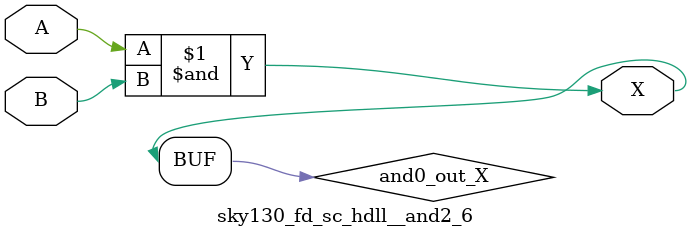
<source format=v>
/*
 * Copyright 2020 The SkyWater PDK Authors
 *
 * Licensed under the Apache License, Version 2.0 (the "License");
 * you may not use this file except in compliance with the License.
 * You may obtain a copy of the License at
 *
 *     https://www.apache.org/licenses/LICENSE-2.0
 *
 * Unless required by applicable law or agreed to in writing, software
 * distributed under the License is distributed on an "AS IS" BASIS,
 * WITHOUT WARRANTIES OR CONDITIONS OF ANY KIND, either express or implied.
 * See the License for the specific language governing permissions and
 * limitations under the License.
 *
 * SPDX-License-Identifier: Apache-2.0
*/


`ifndef SKY130_FD_SC_HDLL__AND2_6_FUNCTIONAL_V
`define SKY130_FD_SC_HDLL__AND2_6_FUNCTIONAL_V

/**
 * and2: 2-input AND.
 *
 * Verilog simulation functional model.
 */

`timescale 1ns / 1ps
`default_nettype none

`celldefine
module sky130_fd_sc_hdll__and2_6 (
    X,
    A,
    B
);

    // Module ports
    output X;
    input  A;
    input  B;

    // Local signals
    wire and0_out_X;

    //  Name  Output      Other arguments
    and and0 (and0_out_X, A, B           );
    buf buf0 (X         , and0_out_X     );

endmodule
`endcelldefine

`default_nettype wire
`endif  // SKY130_FD_SC_HDLL__AND2_6_FUNCTIONAL_V

</source>
